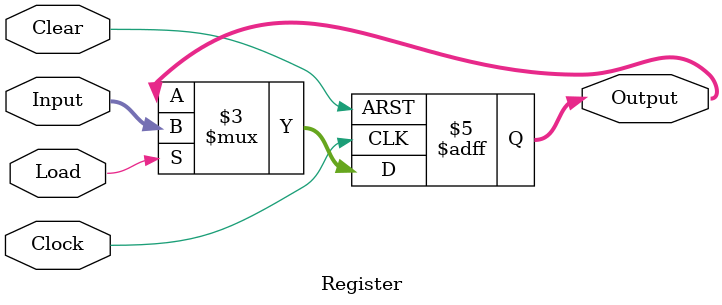
<source format=v>
module Register #(parameter width = 8)(
	input Clock, Clear,
	input Load,
	input [width-1:0]Input, 
	output reg [width-1:0]Output
);

	always@(posedge Clock , posedge Clear)
	begin
		if (Clear)
			Output<=0;
		else
			begin
				if (Load)
					Output<=Input;
				else
					Output<=Output;
			end
	end
endmodule

</source>
